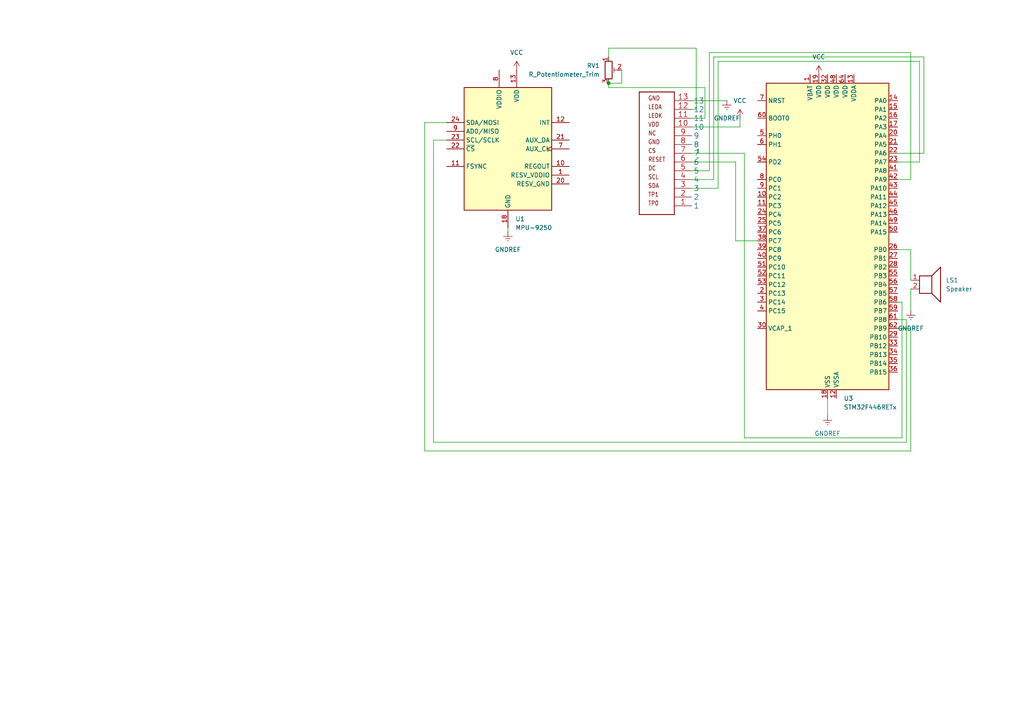
<source format=kicad_sch>
(kicad_sch (version 20250114) (generator "eeschema") (generator_version "9.0")
  (paper "A4")
  (lib_symbols
    (symbol "Device:R_Potentiometer_Trim" (pin_names (offset 1.016) (hide yes))
      (property "Reference" "RV" (at -4.445 0 90))
      (property "Value" "R_Potentiometer_Trim" (at -2.54 0 90))
      (symbol "R_Potentiometer_Trim_0_1"
        (rectangle (start 1.016 2.54) (end -1.016 -2.54) (stroke (width 0.254)))
        (polyline (pts (xy 1.524 0.762) (xy 1.524 -0.762)))
        (polyline (pts (xy 2.54 0) (xy 1.524 0)))
      )
      (symbol "R_Potentiometer_Trim_1_1"
        (pin passive line (at 0 3.81 270) (length 1.27) (name "1") (number "1"))
        (pin passive line (at 0 -3.81 90) (length 1.27) (name "3") (number "3"))
        (pin passive line (at 3.81 0 180) (length 1.27) (name "2") (number "2"))
      )
    )
    (symbol "Device:Speaker" (pin_names (offset 0) (hide yes))
      (property "Reference" "LS" (at 1.27 5.715 0))
      (property "Value" "Speaker" (at 1.27 3.81 0))
      (symbol "Speaker_0_0"
        (rectangle (start -2.54 1.27) (end 1.016 -3.81) (stroke (width 0.254)))
        (polyline (pts (xy 1.016 1.27) (xy 3.556 3.81) (xy 3.556 -6.35) (xy 1.016 -3.81)) (stroke (width 0.254)))
      )
      (symbol "Speaker_1_1"
        (pin input line (at -5.08 0 0) (length 2.54) (name "1") (number "1"))
        (pin input line (at -5.08 -2.54 0) (length 2.54) (name "2") (number "2"))
      )
    )
    (symbol "MCU_ST_STM32F4:STM32F446RETx"
      (property "Reference" "U" (at -17.78 46.99 0))
      (property "Value" "STM32F446RETx" (at 10.16 46.99 0))
      (symbol "STM32F446RETx_0_1"
        (rectangle (start -17.78 -43.18) (end 17.78 45.72) (stroke (width 0.254)) (fill (type background)))
      )
      (symbol "STM32F446RETx_1_1"
        (pin input line (at -20.32 40.64 0) (length 2.54) (name "NRST") (number "7"))
        (pin input line (at -20.32 35.56 0) (length 2.54) (name "BOOT0") (number "60"))
        (pin bidirectional line (at -20.32 30.48 0) (length 2.54) (name "PH0") (number "5"))
        (pin bidirectional line (at -20.32 27.94 0) (length 2.54) (name "PH1") (number "6"))
        (pin bidirectional line (at -20.32 22.86 0) (length 2.54) (name "PD2") (number "54"))
        (pin bidirectional line (at -20.32 17.78 0) (length 2.54) (name "PC0") (number "8"))
        (pin bidirectional line (at -20.32 15.24 0) (length 2.54) (name "PC1") (number "9"))
        (pin bidirectional line (at -20.32 12.7 0) (length 2.54) (name "PC2") (number "10"))
        (pin bidirectional line (at -20.32 10.16 0) (length 2.54) (name "PC3") (number "11"))
        (pin bidirectional line (at -20.32 7.62 0) (length 2.54) (name "PC4") (number "24"))
        (pin bidirectional line (at -20.32 5.08 0) (length 2.54) (name "PC5") (number "25"))
        (pin bidirectional line (at -20.32 2.54 0) (length 2.54) (name "PC6") (number "37"))
        (pin bidirectional line (at -20.32 0 0) (length 2.54) (name "PC7") (number "38"))
        (pin bidirectional line (at -20.32 -2.54 0) (length 2.54) (name "PC8") (number "39"))
        (pin bidirectional line (at -20.32 -5.08 0) (length 2.54) (name "PC9") (number "40"))
        (pin bidirectional line (at -20.32 -7.62 0) (length 2.54) (name "PC10") (number "51"))
        (pin bidirectional line (at -20.32 -10.16 0) (length 2.54) (name "PC11") (number "52"))
        (pin bidirectional line (at -20.32 -12.7 0) (length 2.54) (name "PC12") (number "53"))
        (pin bidirectional line (at -20.32 -15.24 0) (length 2.54) (name "PC13") (number "2"))
        (pin bidirectional line (at -20.32 -17.78 0) (length 2.54) (name "PC14") (number "3"))
        (pin bidirectional line (at -20.32 -20.32 0) (length 2.54) (name "PC15") (number "4"))
        (pin power_out line (at -20.32 -25.4 0) (length 2.54) (name "VCAP_1") (number "30"))
        (pin power_in line (at -5.08 48.26 270) (length 2.54) (name "VBAT") (number "1"))
        (pin power_in line (at -2.54 48.26 270) (length 2.54) (name "VDD") (number "19"))
        (pin power_in line (at 0 48.26 270) (length 2.54) (name "VDD") (number "32"))
        (pin power_in line (at 0 -45.72 90) (length 2.54) (name "VSS") (number "18"))
        (pin passive line (at 0 -45.72 90) (length 2.54) (hide yes) (name "VSS") (number "31"))
        (pin passive line (at 0 -45.72 90) (length 2.54) (hide yes) (name "VSS") (number "47"))
        (pin passive line (at 0 -45.72 90) (length 2.54) (hide yes) (name "VSS") (number "63"))
        (pin power_in line (at 2.54 48.26 270) (length 2.54) (name "VDD") (number "48"))
        (pin power_in line (at 2.54 -45.72 90) (length 2.54) (name "VSSA") (number "12"))
        (pin power_in line (at 5.08 48.26 270) (length 2.54) (name "VDD") (number "64"))
        (pin power_in line (at 7.62 48.26 270) (length 2.54) (name "VDDA") (number "13"))
        (pin bidirectional line (at 20.32 40.64 180) (length 2.54) (name "PA0") (number "14"))
        (pin bidirectional line (at 20.32 38.1 180) (length 2.54) (name "PA1") (number "15"))
        (pin bidirectional line (at 20.32 35.56 180) (length 2.54) (name "PA2") (number "16"))
        (pin bidirectional line (at 20.32 33.02 180) (length 2.54) (name "PA3") (number "17"))
        (pin bidirectional line (at 20.32 30.48 180) (length 2.54) (name "PA4") (number "20"))
        (pin bidirectional line (at 20.32 27.94 180) (length 2.54) (name "PA5") (number "21"))
        (pin bidirectional line (at 20.32 25.4 180) (length 2.54) (name "PA6") (number "22"))
        (pin bidirectional line (at 20.32 22.86 180) (length 2.54) (name "PA7") (number "23"))
        (pin bidirectional line (at 20.32 20.32 180) (length 2.54) (name "PA8") (number "41"))
        (pin bidirectional line (at 20.32 17.78 180) (length 2.54) (name "PA9") (number "42"))
        (pin bidirectional line (at 20.32 15.24 180) (length 2.54) (name "PA10") (number "43"))
        (pin bidirectional line (at 20.32 12.7 180) (length 2.54) (name "PA11") (number "44"))
        (pin bidirectional line (at 20.32 10.16 180) (length 2.54) (name "PA12") (number "45"))
        (pin bidirectional line (at 20.32 7.62 180) (length 2.54) (name "PA13") (number "46"))
        (pin bidirectional line (at 20.32 5.08 180) (length 2.54) (name "PA14") (number "49"))
        (pin bidirectional line (at 20.32 2.54 180) (length 2.54) (name "PA15") (number "50"))
        (pin bidirectional line (at 20.32 -2.54 180) (length 2.54) (name "PB0") (number "26"))
        (pin bidirectional line (at 20.32 -5.08 180) (length 2.54) (name "PB1") (number "27"))
        (pin bidirectional line (at 20.32 -7.62 180) (length 2.54) (name "PB2") (number "28"))
        (pin bidirectional line (at 20.32 -10.16 180) (length 2.54) (name "PB3") (number "55"))
        (pin bidirectional line (at 20.32 -12.7 180) (length 2.54) (name "PB4") (number "56"))
        (pin bidirectional line (at 20.32 -15.24 180) (length 2.54) (name "PB5") (number "57"))
        (pin bidirectional line (at 20.32 -17.78 180) (length 2.54) (name "PB6") (number "58"))
        (pin bidirectional line (at 20.32 -20.32 180) (length 2.54) (name "PB7") (number "59"))
        (pin bidirectional line (at 20.32 -22.86 180) (length 2.54) (name "PB8") (number "61"))
        (pin bidirectional line (at 20.32 -25.4 180) (length 2.54) (name "PB9") (number "62"))
        (pin bidirectional line (at 20.32 -27.94 180) (length 2.54) (name "PB10") (number "29"))
        (pin bidirectional line (at 20.32 -30.48 180) (length 2.54) (name "PB12") (number "33"))
        (pin bidirectional line (at 20.32 -33.02 180) (length 2.54) (name "PB13") (number "34"))
        (pin bidirectional line (at 20.32 -35.56 180) (length 2.54) (name "PB14") (number "35"))
        (pin bidirectional line (at 20.32 -38.1 180) (length 2.54) (name "PB15") (number "36"))
      )
    )
    (symbol "ST7735S:ST735S"
      (symbol "ST735S_1_0"
        (polyline (pts (xy 0 0) (xy 0 -35.56)) (stroke (width 0.254)))
        (polyline (pts (xy 0 -35.56) (xy 10.16 -35.56)) (stroke (width 0.254)))
        (polyline (pts (xy 10.16 0) (xy 0 0)) (stroke (width 0.254)))
        (polyline (pts (xy 10.16 -35.56) (xy 10.16 0)) (stroke (width 0.254)))
        (text "GND" (at 2.54 -2.54 0) (effects (font (size 1.27 1.0795)) (justify left bottom)))
        (text "LEDA" (at 2.54 -5.08 0) (effects (font (size 1.27 1.0795)) (justify left bottom)))
        (text "LEDK" (at 2.54 -7.62 0) (effects (font (size 1.27 1.0795)) (justify left bottom)))
        (text "VDD" (at 2.54 -10.16 0) (effects (font (size 1.27 1.0795)) (justify left bottom)))
        (text "NC" (at 2.54 -12.7 0) (effects (font (size 1.27 1.0795)) (justify left bottom)))
        (text "GND" (at 2.54 -15.24 0) (effects (font (size 1.27 1.0795)) (justify left bottom)))
        (text "CS" (at 2.54 -17.78 0) (effects (font (size 1.27 1.0795)) (justify left bottom)))
        (text "RESET" (at 2.54 -20.32 0) (effects (font (size 1.27 1.0795)) (justify left bottom)))
        (text "DC" (at 2.54 -22.86 0) (effects (font (size 1.27 1.0795)) (justify left bottom)))
        (text "SCL" (at 2.54 -25.4 0) (effects (font (size 1.27 1.0795)) (justify left bottom)))
        (text "SDA" (at 2.54 -27.94 0) (effects (font (size 1.27 1.0795)) (justify left bottom)))
        (text "TP1" (at 2.54 -30.48 0) (effects (font (size 1.27 1.0795)) (justify left bottom)))
        (text "TP0" (at 2.54 -33.02 0) (effects (font (size 1.27 1.0795)) (justify left bottom)))
        (pin bidirectional line (at 10.16 -2.54 0) (length 5.08) (name "13") (number "13"))
        (pin bidirectional line (at 10.16 -5.08 0) (length 5.08) (name "12") (number "12"))
        (pin bidirectional line (at 10.16 -7.62 0) (length 5.08) (name "11") (number "11"))
        (pin bidirectional line (at 10.16 -10.16 0) (length 5.08) (name "10") (number "10"))
        (pin bidirectional line (at 10.16 -12.7 0) (length 5.08) (name "9") (number "9"))
        (pin bidirectional line (at 10.16 -15.24 0) (length 5.08) (name "8") (number "8"))
        (pin bidirectional line (at 10.16 -17.78 0) (length 5.08) (name "7") (number "7"))
        (pin bidirectional line (at 10.16 -20.32 0) (length 5.08) (name "6") (number "6"))
        (pin bidirectional line (at 10.16 -22.86 0) (length 5.08) (name "5") (number "5"))
        (pin bidirectional line (at 10.16 -25.4 0) (length 5.08) (name "4") (number "4"))
        (pin bidirectional line (at 10.16 -27.94 0) (length 5.08) (name "3") (number "3"))
        (pin bidirectional line (at 10.16 -30.48 0) (length 5.08) (name "2") (number "2"))
        (pin bidirectional line (at 10.16 -33.02 0) (length 5.08) (name "1") (number "1"))
      )
    )
    (symbol "Sensor_Motion:MPU-9250"
      (property "Reference" "U" (at -11.43 19.05 0))
      (property "Value" "MPU-9250" (at 7.62 -19.05 0))
      (symbol "MPU-9250_0_1"
        (rectangle (start -12.7 17.78) (end 12.7 -17.78) (stroke (width 0.254)) (fill (type background)))
      )
      (symbol "MPU-9250_1_1"
        (pin bidirectional line (at -17.78 7.62 0) (length 5.08) (name "SDA/MOSI") (number "24"))
        (pin bidirectional line (at -17.78 5.08 0) (length 5.08) (name "AD0/MISO") (number "9"))
        (pin input line (at -17.78 2.54 0) (length 5.08) (name "SCL/SCLK") (number "23"))
        (pin input line (at -17.78 0 0) (length 5.08) (name "~{CS}") (number "22"))
        (pin input line (at -17.78 -5.08 0) (length 5.08) (name "FSYNC") (number "11"))
        (pin power_in line (at -2.54 22.86 270) (length 5.08) (name "VDDIO") (number "8"))
        (pin power_in line (at 0 -22.86 90) (length 5.08) (name "GND") (number "18"))
        (pin power_in line (at 2.54 22.86 270) (length 5.08) (name "VDD") (number "13"))
        (pin output line (at 17.78 7.62 180) (length 5.08) (name "INT") (number "12"))
        (pin bidirectional line (at 17.78 2.54 180) (length 5.08) (name "AUX_DA") (number "21"))
        (pin output clock (at 17.78 0 180) (length 5.08) (name "AUX_CL") (number "7"))
        (pin passive line (at 17.78 -5.08 180) (length 5.08) (name "REGOUT") (number "10"))
        (pin input line (at 17.78 -7.62 180) (length 5.08) (name "RESV_VDDIO") (number "1"))
        (pin power_in line (at 17.78 -10.16 180) (length 5.08) (name "RESV_GND") (number "20"))
      )
    )
    (symbol "power:GNDREF" (power) (pin_numbers (hide yes)) (pin_names (offset 0) (hide yes))
      (property "Value" "GNDREF" (at 0 -3.81 0))
      (symbol "GNDREF_0_1"
        (polyline (pts (xy -0.635 -1.905) (xy 0.635 -1.905)))
        (polyline (pts (xy -0.127 -2.54) (xy 0.127 -2.54)))
        (polyline (pts (xy 0 -1.27) (xy 0 0)))
        (polyline (pts (xy 1.27 -1.27) (xy -1.27 -1.27)))
      )
      (symbol "GNDREF_1_1"
        (pin power_in line (at 0 0 270) (length 0) (name "~") (number "1"))
      )
    )
    (symbol "power:VCC" (power) (pin_numbers (hide yes)) (pin_names (offset 0) (hide yes))
      (property "Value" "VCC" (at 0 3.556 0))
      (symbol "VCC_0_1"
        (polyline (pts (xy -0.762 1.27) (xy 0 2.54)))
        (polyline (pts (xy 0 2.54) (xy 0.762 1.27)))
        (polyline (pts (xy 0 0) (xy 0 2.54)))
      )
      (symbol "VCC_1_1"
        (pin power_in line (at 0 0 90) (length 0) (name "~") (number "1"))
      )
    )
  )
  (junction (at 176.53 24.13))
  (wire (pts (xy 200.66 44.45) (xy 215.9 44.45)))
  (wire (pts (xy 264.16 15.24) (xy 264.16 52.07)))
  (wire (pts (xy 267.97 44.45) (xy 260.35 44.45)))
  (wire (pts (xy 213.36 69.85) (xy 213.36 46.99)))
  (wire (pts (xy 200.66 34.29) (xy 204.47 34.29)))
  (wire (pts (xy 264.16 52.07) (xy 260.35 52.07)))
  (wire (pts (xy 176.53 24.13) (xy 180.34 24.13)))
  (wire (pts (xy 180.34 20.32) (xy 180.34 24.13)))
  (wire (pts (xy 200.66 54.61) (xy 208.28 54.61)))
  (wire (pts (xy 200.66 36.83) (xy 214.63 36.83)))
  (wire (pts (xy 219.71 69.85) (xy 213.36 69.85)))
  (wire (pts (xy 262.89 128.27) (xy 262.89 92.71)))
  (wire (pts (xy 176.53 25.4) (xy 204.47 25.4)))
  (wire (pts (xy 129.54 35.56) (xy 123.19 35.56)))
  (wire (pts (xy 261.62 127) (xy 215.9 127)))
  (wire (pts (xy 215.9 127) (xy 215.9 44.45)))
  (wire (pts (xy 147.32 66.04) (xy 147.32 67.31)))
  (wire (pts (xy 208.28 54.61) (xy 208.28 17.78)))
  (wire (pts (xy 176.53 24.13) (xy 176.53 25.4)))
  (wire (pts (xy 264.16 72.39) (xy 264.16 81.28)))
  (wire (pts (xy 200.66 29.21) (xy 210.82 29.21)))
  (wire (pts (xy 240.03 115.57) (xy 240.03 120.65)))
  (wire (pts (xy 261.62 87.63) (xy 261.62 127)))
  (wire (pts (xy 262.89 92.71) (xy 260.35 92.71)))
  (wire (pts (xy 260.35 95.25) (xy 264.16 95.25)))
  (wire (pts (xy 207.01 16.51) (xy 267.97 16.51)))
  (wire (pts (xy 266.7 17.78) (xy 266.7 46.99)))
  (wire (pts (xy 176.53 13.97) (xy 201.93 13.97)))
  (wire (pts (xy 200.66 46.99) (xy 213.36 46.99)))
  (wire (pts (xy 125.73 128.27) (xy 262.89 128.27)))
  (wire (pts (xy 123.19 35.56) (xy 123.19 130.81)))
  (wire (pts (xy 264.16 95.25) (xy 264.16 130.81)))
  (wire (pts (xy 204.47 25.4) (xy 204.47 34.29)))
  (wire (pts (xy 125.73 40.64) (xy 125.73 128.27)))
  (wire (pts (xy 205.74 15.24) (xy 264.16 15.24)))
  (wire (pts (xy 200.66 49.53) (xy 205.74 49.53)))
  (wire (pts (xy 123.19 130.81) (xy 264.16 130.81)))
  (wire (pts (xy 266.7 46.99) (xy 260.35 46.99)))
  (wire (pts (xy 260.35 87.63) (xy 261.62 87.63)))
  (wire (pts (xy 207.01 52.07) (xy 207.01 16.51)))
  (wire (pts (xy 267.97 16.51) (xy 267.97 44.45)))
  (wire (pts (xy 201.93 13.97) (xy 201.93 31.75)))
  (wire (pts (xy 264.16 83.82) (xy 264.16 90.17)))
  (wire (pts (xy 129.54 40.64) (xy 125.73 40.64)))
  (wire (pts (xy 200.66 52.07) (xy 207.01 52.07)))
  (wire (pts (xy 205.74 49.53) (xy 205.74 15.24)))
  (wire (pts (xy 200.66 31.75) (xy 201.93 31.75)))
  (wire (pts (xy 214.63 34.29) (xy 214.63 36.83)))
  (wire (pts (xy 208.28 17.78) (xy 266.7 17.78)))
  (wire (pts (xy 260.35 72.39) (xy 264.16 72.39)))
  (wire (pts (xy 176.53 16.51) (xy 176.53 13.97)))
  (symbol (lib_id "Sensor_Motion:MPU-9250") (at 147.32 43.18 0) (unit 1)
    (property "Reference" "U1" (at 149.4633 63.5 0) (effects (justify left)))
    (property "Value" "MPU-9250" (at 149.4633 66.04 0) (effects (justify left)))
    (property "Footprint" "Sensor_Motion:InvenSense_QFN-24_3x3mm_P0.4mm" (effects (hide yes)))
    (property "Datasheet" "https://invensense.tdk.com/wp-content/uploads/2015/02/PS-MPU-9250A-01-v1.1.pdf" (effects (hide yes)))
    (property "Description" "InvenSense 9-Axis Motion Sensor, Accelerometer, Gyroscope, Compass, I2C/SPI" (effects (hide yes)))
  )
  (symbol (lib_id "power:GNDREF") (at 240.03 120.65 0) (unit 1)
    (property "Reference" "#PWR02" (effects (hide yes)))
    (property "Value" "GNDREF" (at 240.03 125.73 0))
    (property "Description" "Power symbol creates a global label with name \"GNDREF\" , reference supply ground" (effects (hide yes)))
  )
  (symbol (lib_id "power:GNDREF") (at 147.32 67.31 0) (unit 1)
    (property "Reference" "#PWR03" (effects (hide yes)))
    (property "Value" "GNDREF" (at 147.32 72.39 0))
    (property "Description" "Power symbol creates a global label with name \"GNDREF\" , reference supply ground" (effects (hide yes)))
  )
  (symbol (lib_id "ST7735S:ST735S") (at 185.42 26.67 0) (unit 1)
    (property "Reference" "1" (at 201.93 43.8149 0) (effects (font (size 1.27 1.0795)) (justify left)))
    (property "Value" "~" (at 201.93 45.72 0) (effects (font (size 1.27 1.0795)) (justify left)))
    (property "Footprint" "ST7735S:ST7735S" (effects (hide yes)))
  )
  (symbol (lib_id "power:VCC") (at 237.49 21.59 0) (unit 1)
    (property "Reference" "#PWR06" (effects (hide yes)))
    (property "Value" "VCC" (at 237.49 16.51 0))
    (property "Description" "Power symbol creates a global label with name \"VCC\"" (effects (hide yes)))
  )
  (symbol (lib_id "Device:Speaker") (at 269.24 81.28 0) (unit 1)
    (property "Reference" "LS1" (at 274.32 81.2799 0) (effects (justify left)))
    (property "Value" "Speaker" (at 274.32 83.8199 0) (effects (justify left)))
    (property "Description" "Speaker" (effects (hide yes)))
  )
  (symbol (lib_id "power:VCC") (at 149.86 20.32 0) (unit 1)
    (property "Reference" "#PWR07" (effects (hide yes)))
    (property "Value" "VCC" (at 149.86 15.24 0))
    (property "Description" "Power symbol creates a global label with name \"VCC\"" (effects (hide yes)))
  )
  (symbol (lib_id "MCU_ST_STM32F4:STM32F446RETx") (at 240.03 69.85 0) (unit 1)
    (property "Reference" "U3" (at 244.7133 115.57 0) (effects (justify left)))
    (property "Value" "STM32F446RETx" (at 244.7133 118.11 0) (effects (justify left)))
    (property "Footprint" "Package_QFP:LQFP-64_10x10mm_P0.5mm" (effects (hide yes)))
    (property "Datasheet" "https://www.st.com/resource/en/datasheet/stm32f446re.pdf" (effects (hide yes)))
    (property "Description" "STMicroelectronics Arm Cortex-M4 MCU, 512KB flash, 128KB RAM, 180 MHz, 1.8-3.6V, 50 GPIO, LQFP64" (effects (hide yes)))
  )
  (symbol (lib_id "power:GNDREF") (at 210.82 29.21 0) (unit 1)
    (property "Reference" "#PWR04" (effects (hide yes)))
    (property "Value" "GNDREF" (at 210.82 34.29 0))
    (property "Description" "Power symbol creates a global label with name \"GNDREF\" , reference supply ground" (effects (hide yes)))
  )
  (symbol (lib_id "power:GNDREF") (at 264.16 90.17 0) (unit 1)
    (property "Reference" "#PWR01" (effects (hide yes)))
    (property "Value" "GNDREF" (at 264.16 95.25 0))
    (property "Description" "Power symbol creates a global label with name \"GNDREF\" , reference supply ground" (effects (hide yes)))
  )
  (symbol (lib_id "Device:R_Potentiometer_Trim") (at 176.53 20.32 0) (unit 1)
    (property "Reference" "RV1" (at 173.99 19.0499 0) (effects (justify right)))
    (property "Value" "R_Potentiometer_Trim" (at 173.99 21.5899 0) (effects (justify right)))
    (property "Description" "Trim-potentiometer" (effects (hide yes)))
  )
  (symbol (lib_id "power:VCC") (at 214.63 34.29 0) (unit 1)
    (property "Reference" "#PWR05" (effects (hide yes)))
    (property "Value" "VCC" (at 214.63 29.21 0))
    (property "Description" "Power symbol creates a global label with name \"VCC\"" (effects (hide yes)))
  )
)
</source>
